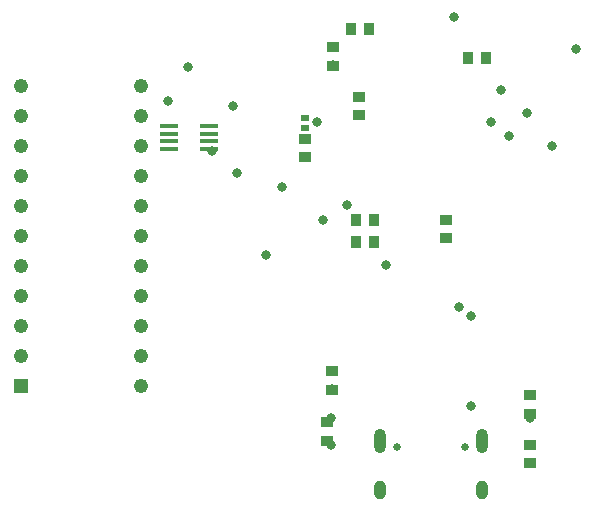
<source format=gbr>
%TF.GenerationSoftware,KiCad,Pcbnew,(5.1.8)-1*%
%TF.CreationDate,2021-05-15T14:33:14+08:00*%
%TF.ProjectId,ccd_with_stm32,6363645f-7769-4746-985f-73746d33322e,rev?*%
%TF.SameCoordinates,Original*%
%TF.FileFunction,Soldermask,Bot*%
%TF.FilePolarity,Negative*%
%FSLAX46Y46*%
G04 Gerber Fmt 4.6, Leading zero omitted, Abs format (unit mm)*
G04 Created by KiCad (PCBNEW (5.1.8)-1) date 2021-05-15 14:33:14*
%MOMM*%
%LPD*%
G01*
G04 APERTURE LIST*
%ADD10O,1.000000X2.100000*%
%ADD11C,0.650000*%
%ADD12O,1.000000X1.600000*%
%ADD13R,1.600000X0.300000*%
%ADD14R,0.980000X0.930000*%
%ADD15R,0.650000X0.600000*%
%ADD16R,1.220000X1.220000*%
%ADD17C,1.220000*%
%ADD18R,0.930000X0.980000*%
%ADD19C,0.800000*%
G04 APERTURE END LIST*
D10*
%TO.C,U4*%
X111000000Y-141650000D03*
X102360000Y-141650000D03*
D11*
X103790000Y-142180000D03*
D12*
X102360000Y-145830000D03*
D11*
X109570000Y-142180000D03*
D12*
X111000000Y-145830000D03*
%TD*%
D13*
%TO.C,U2*%
X84533000Y-114976000D03*
X84533000Y-115626000D03*
X84533000Y-116276000D03*
X84533000Y-116926000D03*
X87933000Y-116926000D03*
X87933000Y-116276000D03*
X87933000Y-115626000D03*
X87933000Y-114976000D03*
%TD*%
D14*
%TO.C,R3*%
X100584000Y-114054000D03*
X100584000Y-112514000D03*
%TD*%
D15*
%TO.C,R2*%
X96012000Y-114300000D03*
X96012000Y-115150000D03*
%TD*%
D16*
%TO.C,IC1*%
X72009000Y-137033000D03*
D17*
X72009000Y-134493000D03*
X72009000Y-131953000D03*
X72009000Y-129413000D03*
X72009000Y-126873000D03*
X72009000Y-124333000D03*
X72009000Y-121793000D03*
X72009000Y-119253000D03*
X72009000Y-116713000D03*
X72009000Y-114173000D03*
X72009000Y-111633000D03*
X82169000Y-111633000D03*
X82169000Y-114173000D03*
X82169000Y-116713000D03*
X82169000Y-119253000D03*
X82169000Y-121793000D03*
X82169000Y-124333000D03*
X82169000Y-126873000D03*
X82169000Y-129413000D03*
X82169000Y-131953000D03*
X82169000Y-134493000D03*
X82169000Y-137033000D03*
%TD*%
D14*
%TO.C,C15*%
X97917000Y-141613000D03*
X97917000Y-140073000D03*
%TD*%
%TO.C,C14*%
X96012000Y-116070000D03*
X96012000Y-117610000D03*
%TD*%
%TO.C,C13*%
X98425000Y-108323000D03*
X98425000Y-109863000D03*
%TD*%
%TO.C,C12*%
X98298000Y-135755000D03*
X98298000Y-137295000D03*
%TD*%
D18*
%TO.C,C11*%
X101481000Y-106807000D03*
X99941000Y-106807000D03*
%TD*%
%TO.C,C9*%
X111387000Y-109220000D03*
X109847000Y-109220000D03*
%TD*%
D14*
%TO.C,C8*%
X107950000Y-124468000D03*
X107950000Y-122928000D03*
%TD*%
D18*
%TO.C,C6*%
X100322000Y-124841000D03*
X101862000Y-124841000D03*
%TD*%
%TO.C,C5*%
X100322000Y-122936000D03*
X101862000Y-122936000D03*
%TD*%
D14*
%TO.C,C2*%
X115062000Y-137795000D03*
X115062000Y-139335000D03*
%TD*%
%TO.C,C1*%
X115062000Y-143518000D03*
X115062000Y-141978000D03*
%TD*%
D19*
X98298000Y-137287000D03*
X115062000Y-137795000D03*
X115062000Y-143518000D03*
X107958000Y-124460000D03*
X101473000Y-106807000D03*
X96012000Y-116078000D03*
X99568000Y-121666000D03*
X118999000Y-108458000D03*
X88138000Y-117094000D03*
X98250000Y-142000000D03*
X115110000Y-142000000D03*
X110109000Y-138684000D03*
X96012000Y-117602000D03*
X98425000Y-109855000D03*
X99949000Y-106807000D03*
X109855000Y-109220000D03*
X101854000Y-122936000D03*
X107950000Y-122936000D03*
X97536000Y-122936000D03*
X100584000Y-112522000D03*
X108656999Y-105735999D03*
X115110000Y-139700000D03*
X92710000Y-125865000D03*
X89916000Y-113284000D03*
X84455000Y-112903000D03*
X98250000Y-139700000D03*
X114808000Y-113890500D03*
X112649000Y-111958000D03*
X100584000Y-114054000D03*
X97028000Y-114681000D03*
X86106000Y-109982000D03*
X110109000Y-131064000D03*
X116967000Y-116713000D03*
X109093000Y-130302000D03*
X113284000Y-115824000D03*
X111760000Y-114681000D03*
X90297000Y-118999000D03*
X94107000Y-120142000D03*
X102870000Y-126746000D03*
M02*

</source>
